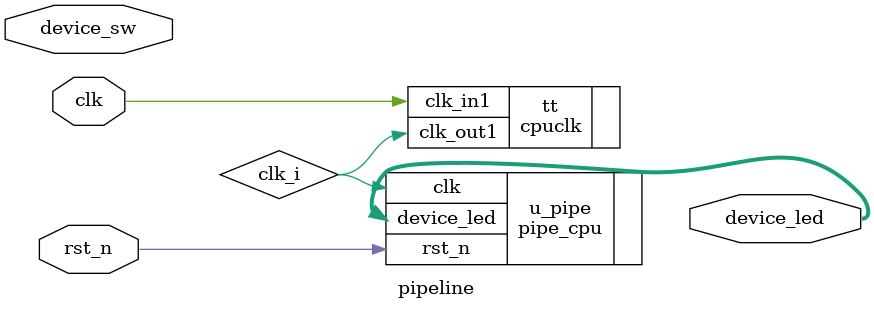
<source format=v>

module pipeline(
     input clk,
     input rst_n,
     input [23:0] device_sw,
     output[23:0] device_led
    );
    wire clk_i;
    cpuclk tt(
        .clk_in1(clk),
        .clk_out1(clk_i)
       );
    
    pipe_cpu u_pipe
    (
       .clk(clk_i),
       .rst_n(rst_n),
       .device_led(device_led)
    );
    
    
endmodule

</source>
